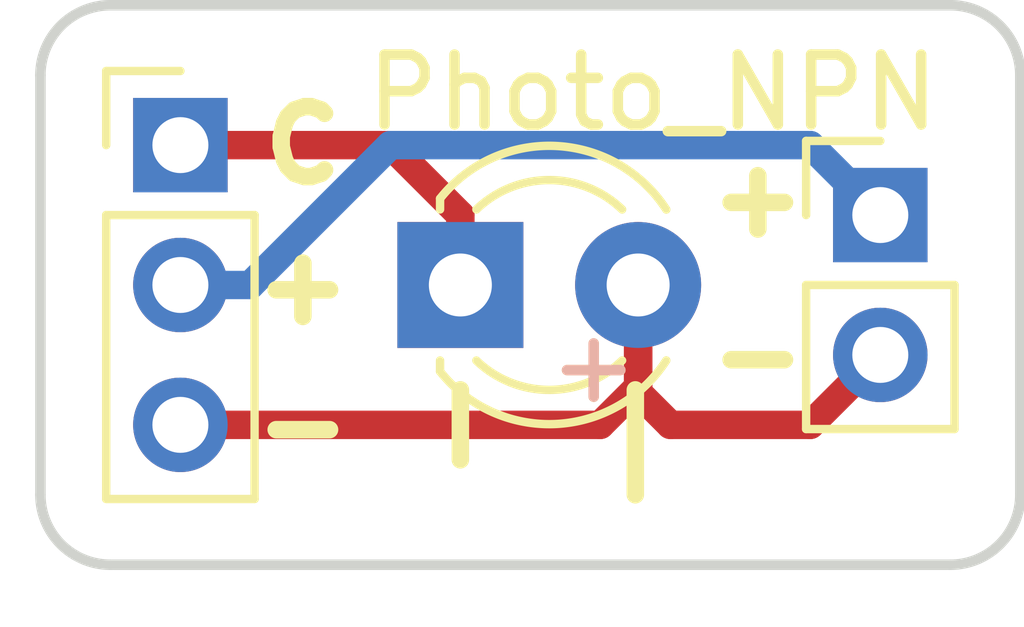
<source format=kicad_pcb>
(kicad_pcb (version 4) (host pcbnew 4.0.6)

  (general
    (links 4)
    (no_connects 0)
    (area 241.345619 36.33 256.073001 46.5)
    (thickness 1.6)
    (drawings 25)
    (tracks 14)
    (zones 0)
    (modules 3)
    (nets 4)
  )

  (page A4)
  (title_block
    (date "lun. 30 mars 2015")
  )

  (layers
    (0 F.Cu signal)
    (31 B.Cu signal)
    (32 B.Adhes user)
    (33 F.Adhes user)
    (34 B.Paste user)
    (35 F.Paste user)
    (36 B.SilkS user)
    (37 F.SilkS user)
    (38 B.Mask user)
    (39 F.Mask user)
    (40 Dwgs.User user hide)
    (41 Cmts.User user)
    (42 Eco1.User user)
    (43 Eco2.User user)
    (44 Edge.Cuts user)
    (45 Margin user)
    (46 B.CrtYd user)
    (47 F.CrtYd user)
    (48 B.Fab user)
    (49 F.Fab user)
  )

  (setup
    (last_trace_width 0.25)
    (user_trace_width 0.254)
    (user_trace_width 0.3048)
    (user_trace_width 0.4064)
    (user_trace_width 0.6096)
    (user_trace_width 0.9144)
    (user_trace_width 1.524)
    (user_trace_width 2.032)
    (trace_clearance 0.2)
    (zone_clearance 0.508)
    (zone_45_only no)
    (trace_min 0.2)
    (segment_width 0.15)
    (edge_width 0.15)
    (via_size 0.6)
    (via_drill 0.4)
    (via_min_size 0.4)
    (via_min_drill 0.3)
    (uvia_size 0.3)
    (uvia_drill 0.1)
    (uvias_allowed no)
    (uvia_min_size 0.2)
    (uvia_min_drill 0.1)
    (pcb_text_width 0.3)
    (pcb_text_size 1.5 1.5)
    (mod_edge_width 0.15)
    (mod_text_size 1 1)
    (mod_text_width 0.15)
    (pad_size 3 3)
    (pad_drill 3)
    (pad_to_mask_clearance 0)
    (aux_axis_origin 110.998 126.365)
    (grid_origin 110.998 126.365)
    (visible_elements 7FFFFFFF)
    (pcbplotparams
      (layerselection 0x010f0_80000001)
      (usegerberextensions true)
      (excludeedgelayer true)
      (linewidth 0.100000)
      (plotframeref false)
      (viasonmask false)
      (mode 1)
      (useauxorigin false)
      (hpglpennumber 1)
      (hpglpenspeed 20)
      (hpglpendiameter 15)
      (hpglpenoverlay 2)
      (psnegative false)
      (psa4output false)
      (plotreference true)
      (plotvalue true)
      (plotinvisibletext false)
      (padsonsilk false)
      (subtractmaskfromsilk false)
      (outputformat 1)
      (mirror false)
      (drillshape 0)
      (scaleselection 1)
      (outputdirectory gerbers/))
  )

  (net 0 "")
  (net 1 /A)
  (net 2 /E)
  (net 3 /C)

  (net_class Default "This is the default net class."
    (clearance 0.2)
    (trace_width 0.25)
    (via_dia 0.6)
    (via_drill 0.4)
    (uvia_dia 0.3)
    (uvia_drill 0.1)
    (add_net /A)
    (add_net /C)
    (add_net /E)
  )

  (module Pin_Headers:Pin_Header_Straight_1x02_Pitch2.00mm (layer F.Cu) (tedit 5CF96B46) (tstamp 5CF979A2)
    (at 253.998 40.365)
    (descr "Through hole straight pin header, 1x02, 2.00mm pitch, single row")
    (tags "Through hole pin header THT 1x02 2.00mm single row")
    (path /5D02D50C)
    (fp_text reference J24 (at 0 1 90) (layer F.SilkS) hide
      (effects (font (size 1 1) (thickness 0.15)))
    )
    (fp_text value TO_IR (at -2.5 1 90) (layer F.Fab)
      (effects (font (size 1 1) (thickness 0.15)))
    )
    (fp_line (start -0.5 -1) (end 1 -1) (layer F.Fab) (width 0.1))
    (fp_line (start 1 -1) (end 1 3) (layer F.Fab) (width 0.1))
    (fp_line (start 1 3) (end -1 3) (layer F.Fab) (width 0.1))
    (fp_line (start -1 3) (end -1 -0.5) (layer F.Fab) (width 0.1))
    (fp_line (start -1 -0.5) (end -0.5 -1) (layer F.Fab) (width 0.1))
    (fp_line (start -1.06 3.06) (end 1.06 3.06) (layer F.SilkS) (width 0.12))
    (fp_line (start -1.06 1) (end -1.06 3.06) (layer F.SilkS) (width 0.12))
    (fp_line (start 1.06 1) (end 1.06 3.06) (layer F.SilkS) (width 0.12))
    (fp_line (start -1.06 1) (end 1.06 1) (layer F.SilkS) (width 0.12))
    (fp_line (start -1.06 0) (end -1.06 -1.06) (layer F.SilkS) (width 0.12))
    (fp_line (start -1.06 -1.06) (end 0 -1.06) (layer F.SilkS) (width 0.12))
    (fp_line (start -1.5 -1.5) (end -1.5 3.5) (layer F.CrtYd) (width 0.05))
    (fp_line (start -1.5 3.5) (end 1.5 3.5) (layer F.CrtYd) (width 0.05))
    (fp_line (start 1.5 3.5) (end 1.5 -1.5) (layer F.CrtYd) (width 0.05))
    (fp_line (start 1.5 -1.5) (end -1.5 -1.5) (layer F.CrtYd) (width 0.05))
    (fp_text user %R (at 0 1 90) (layer F.Fab)
      (effects (font (size 1 1) (thickness 0.15)))
    )
    (pad 1 thru_hole rect (at 0 0) (size 1.35 1.35) (drill 0.8) (layers *.Cu *.Mask)
      (net 1 /A))
    (pad 2 thru_hole oval (at 0 2) (size 1.35 1.35) (drill 0.8) (layers *.Cu *.Mask)
      (net 2 /E))
    (model ${KISYS3DMOD}/Pin_Headers.3dshapes/Pin_Header_Straight_1x02_Pitch2.00mm.wrl
      (at (xyz 0 0 0))
      (scale (xyz 1 1 1))
      (rotate (xyz 0 0 0))
    )
  )

  (module Pin_Headers:Pin_Header_Straight_1x03_Pitch2.00mm (layer F.Cu) (tedit 5CF96DF6) (tstamp 5CF979B9)
    (at 243.998 39.365)
    (descr "Through hole straight pin header, 1x03, 2.00mm pitch, single row")
    (tags "Through hole pin header THT 1x03 2.00mm single row")
    (path /5D02DFD4)
    (fp_text reference J25 (at 0 -2.06) (layer F.SilkS) hide
      (effects (font (size 1 1) (thickness 0.15)))
    )
    (fp_text value PHOTO (at 0 6.06) (layer F.Fab)
      (effects (font (size 1 1) (thickness 0.15)))
    )
    (fp_line (start -0.5 -1) (end 1 -1) (layer F.Fab) (width 0.1))
    (fp_line (start 1 -1) (end 1 5) (layer F.Fab) (width 0.1))
    (fp_line (start 1 5) (end -1 5) (layer F.Fab) (width 0.1))
    (fp_line (start -1 5) (end -1 -0.5) (layer F.Fab) (width 0.1))
    (fp_line (start -1 -0.5) (end -0.5 -1) (layer F.Fab) (width 0.1))
    (fp_line (start -1.06 5.06) (end 1.06 5.06) (layer F.SilkS) (width 0.12))
    (fp_line (start -1.06 1) (end -1.06 5.06) (layer F.SilkS) (width 0.12))
    (fp_line (start 1.06 1) (end 1.06 5.06) (layer F.SilkS) (width 0.12))
    (fp_line (start -1.06 1) (end 1.06 1) (layer F.SilkS) (width 0.12))
    (fp_line (start -1.06 0) (end -1.06 -1.06) (layer F.SilkS) (width 0.12))
    (fp_line (start -1.06 -1.06) (end 0 -1.06) (layer F.SilkS) (width 0.12))
    (fp_line (start -1.5 -1.5) (end -1.5 5.5) (layer F.CrtYd) (width 0.05))
    (fp_line (start -1.5 5.5) (end 1.5 5.5) (layer F.CrtYd) (width 0.05))
    (fp_line (start 1.5 5.5) (end 1.5 -1.5) (layer F.CrtYd) (width 0.05))
    (fp_line (start 1.5 -1.5) (end -1.5 -1.5) (layer F.CrtYd) (width 0.05))
    (fp_text user %R (at 0 2 90) (layer F.Fab)
      (effects (font (size 1 1) (thickness 0.15)))
    )
    (pad 1 thru_hole rect (at 0 0) (size 1.35 1.35) (drill 0.8) (layers *.Cu *.Mask)
      (net 3 /C))
    (pad 2 thru_hole oval (at 0 2) (size 1.35 1.35) (drill 0.8) (layers *.Cu *.Mask)
      (net 1 /A))
    (pad 3 thru_hole oval (at 0 4) (size 1.35 1.35) (drill 0.8) (layers *.Cu *.Mask)
      (net 2 /E))
    (model ${KISYS3DMOD}/Pin_Headers.3dshapes/Pin_Header_Straight_1x03_Pitch2.00mm.wrl
      (at (xyz 0 0 0))
      (scale (xyz 1 1 1))
      (rotate (xyz 0 0 0))
    )
  )

  (module footprints:LED_D3.0mm (layer F.Cu) (tedit 5CF96FE2) (tstamp 5CF979E4)
    (at 247.998 41.365)
    (descr "LED, diameter 3.0mm, 2 pins")
    (tags "LED diameter 3.0mm 2 pins")
    (path /5D02D089)
    (fp_text reference Q2 (at 1.27 -1.27) (layer F.Fab)
      (effects (font (size 1 1) (thickness 0.15)))
    )
    (fp_text value Photo_NPN (at 2.75 -2.75) (layer F.SilkS)
      (effects (font (size 1 1) (thickness 0.15)))
    )
    (fp_text user + (at 1.905 1.143) (layer B.SilkS)
      (effects (font (size 1 1) (thickness 0.15)) (justify mirror))
    )
    (fp_text user + (at 1.905 1.143) (layer F.SilkS)
      (effects (font (size 1 1) (thickness 0.15)))
    )
    (fp_arc (start 1.27 0) (end -0.23 -1.16619) (angle 284.3) (layer F.Fab) (width 0.1))
    (fp_arc (start 1.27 0) (end -0.29 -1.235516) (angle 108.8) (layer F.SilkS) (width 0.12))
    (fp_arc (start 1.27 0) (end -0.29 1.235516) (angle -108.8) (layer F.SilkS) (width 0.12))
    (fp_arc (start 1.27 0) (end 0.229039 -1.08) (angle 87.9) (layer F.SilkS) (width 0.12))
    (fp_arc (start 1.27 0) (end 0.229039 1.08) (angle -87.9) (layer F.SilkS) (width 0.12))
    (fp_circle (center 1.27 0) (end 2.77 0) (layer F.Fab) (width 0.1))
    (fp_line (start -0.23 -1.16619) (end -0.23 1.16619) (layer F.Fab) (width 0.1))
    (fp_line (start -0.29 -1.236) (end -0.29 -1.08) (layer F.SilkS) (width 0.12))
    (fp_line (start -0.29 1.08) (end -0.29 1.236) (layer F.SilkS) (width 0.12))
    (fp_line (start -1.15 -2.25) (end -1.15 2.25) (layer F.CrtYd) (width 0.05))
    (fp_line (start -1.15 2.25) (end 3.7 2.25) (layer F.CrtYd) (width 0.05))
    (fp_line (start 3.7 2.25) (end 3.7 -2.25) (layer F.CrtYd) (width 0.05))
    (fp_line (start 3.7 -2.25) (end -1.15 -2.25) (layer F.CrtYd) (width 0.05))
    (pad 1 thru_hole rect (at 0 0) (size 1.8 1.8) (drill 0.9) (layers *.Cu *.Mask)
      (net 3 /C))
    (pad 2 thru_hole circle (at 2.54 0) (size 1.8 1.8) (drill 0.9) (layers *.Cu *.Mask)
      (net 2 /E))
    (model ${KISYS3DMOD}/LEDs.3dshapes/LED_D3.0mm.wrl
      (at (xyz 0 0 0))
      (scale (xyz 0.393701 0.393701 0.393701))
      (rotate (xyz 0 0 0))
    )
  )

  (gr_arc (start 242.998 44.365) (end 242.998 45.365) (angle 90) (layer Edge.Cuts) (width 0.15))
  (gr_line (start 241.998 38.365) (end 241.998 44.365) (angle 90) (layer Edge.Cuts) (width 0.15))
  (gr_line (start 254.998 37.365) (end 242.998 37.365) (angle 90) (layer Edge.Cuts) (width 0.15))
  (gr_line (start 255.998 44.365) (end 255.998 38.365) (angle 90) (layer Edge.Cuts) (width 0.15))
  (gr_line (start 242.998 45.365) (end 254.998 45.365) (angle 90) (layer Edge.Cuts) (width 0.15))
  (gr_arc (start 242.998 38.365) (end 241.998 38.365) (angle 90) (layer Edge.Cuts) (width 0.15))
  (gr_arc (start 254.998 38.365) (end 254.998 37.365) (angle 90) (layer Edge.Cuts) (width 0.15))
  (gr_arc (start 254.998 44.365) (end 255.998 44.365) (angle 90) (layer Edge.Cuts) (width 0.15))
  (gr_text + (at 245.748 41.365) (layer F.SilkS)
    (effects (font (size 1 1) (thickness 0.25)))
  )
  (gr_line (start 250.498 42.865) (end 250.498 44.365) (angle 90) (layer F.SilkS) (width 0.25))
  (gr_line (start 247.998 42.865) (end 247.998 43.865) (angle 90) (layer F.SilkS) (width 0.25))
  (gr_text C (at 245.748 39.365) (layer F.SilkS)
    (effects (font (size 1 1) (thickness 0.25)))
  )
  (gr_text - (at 245.748 43.365) (layer F.SilkS)
    (effects (font (size 1 1) (thickness 0.25)))
  )
  (gr_text - (at 252.248 42.365) (layer F.SilkS)
    (effects (font (size 1 1) (thickness 0.25)))
  )
  (gr_text + (at 252.248 40.115) (layer F.SilkS)
    (effects (font (size 1 1) (thickness 0.25)))
  )
  (gr_line (start 253.998 45.365) (end 254.998 45.365) (angle 90) (layer Dwgs.User) (width 0.15))
  (gr_line (start 253.998 37.365) (end 254.998 37.365) (angle 90) (layer Dwgs.User) (width 0.15))
  (gr_line (start 241.998 38.365) (end 241.998 44.365) (angle 90) (layer Dwgs.User) (width 0.15))
  (gr_line (start 255.998 38.365) (end 255.998 44.365) (angle 90) (layer Dwgs.User) (width 0.15))
  (gr_line (start 253.998 45.365) (end 242.998 45.365) (angle 90) (layer Dwgs.User) (width 0.15))
  (gr_arc (start 254.998 44.365) (end 255.998 44.365) (angle 90) (layer Dwgs.User) (width 0.15))
  (gr_arc (start 254.998 38.365) (end 254.998 37.365) (angle 90) (layer Dwgs.User) (width 0.15))
  (gr_line (start 242.998 37.365) (end 253.998 37.365) (angle 90) (layer Dwgs.User) (width 0.15))
  (gr_arc (start 242.998 38.365) (end 241.998 38.365) (angle 90) (layer Dwgs.User) (width 0.15))
  (gr_arc (start 242.998 44.365) (end 242.998 45.365) (angle 90) (layer Dwgs.User) (width 0.15))

  (segment (start 243.998 41.365) (end 244.998 41.365) (width 0.4064) (layer B.Cu) (net 1))
  (segment (start 252.998 39.365) (end 253.998 40.365) (width 0.4064) (layer B.Cu) (net 1) (tstamp 5CF97F82))
  (segment (start 246.998 39.365) (end 252.998 39.365) (width 0.4064) (layer B.Cu) (net 1) (tstamp 5CF97F80))
  (segment (start 244.998 41.365) (end 246.998 39.365) (width 0.4064) (layer B.Cu) (net 1) (tstamp 5CF97F7F))
  (segment (start 250.538 41.365) (end 250.538 42.905) (width 0.4064) (layer F.Cu) (net 2))
  (segment (start 252.998 43.365) (end 253.998 42.365) (width 0.4064) (layer F.Cu) (net 2) (tstamp 5CF97F78))
  (segment (start 250.998 43.365) (end 252.998 43.365) (width 0.4064) (layer F.Cu) (net 2) (tstamp 5CF97F77))
  (segment (start 250.538 42.905) (end 250.998 43.365) (width 0.4064) (layer F.Cu) (net 2) (tstamp 5CF97F76))
  (segment (start 243.998 43.365) (end 249.998 43.365) (width 0.4064) (layer F.Cu) (net 2))
  (segment (start 250.538 42.825) (end 250.538 41.365) (width 0.4064) (layer F.Cu) (net 2) (tstamp 5CF97F73))
  (segment (start 249.998 43.365) (end 250.538 42.825) (width 0.4064) (layer F.Cu) (net 2) (tstamp 5CF97F72))
  (segment (start 243.998 39.365) (end 246.998 39.365) (width 0.4064) (layer F.Cu) (net 3))
  (segment (start 247.998 40.365) (end 247.998 41.365) (width 0.4064) (layer F.Cu) (net 3) (tstamp 5CF97F7C))
  (segment (start 246.998 39.365) (end 247.998 40.365) (width 0.4064) (layer F.Cu) (net 3) (tstamp 5CF97F7B))

)

</source>
